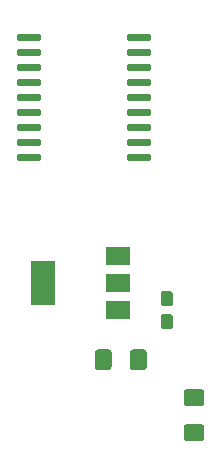
<source format=gbr>
%TF.GenerationSoftware,KiCad,Pcbnew,(5.1.6)-1*%
%TF.CreationDate,2020-07-30T09:39:53+02:00*%
%TF.ProjectId,motor-controller,6d6f746f-722d-4636-9f6e-74726f6c6c65,rev?*%
%TF.SameCoordinates,Original*%
%TF.FileFunction,Paste,Top*%
%TF.FilePolarity,Positive*%
%FSLAX46Y46*%
G04 Gerber Fmt 4.6, Leading zero omitted, Abs format (unit mm)*
G04 Created by KiCad (PCBNEW (5.1.6)-1) date 2020-07-30 09:39:53*
%MOMM*%
%LPD*%
G01*
G04 APERTURE LIST*
%ADD10R,2.000000X1.500000*%
%ADD11R,2.000000X3.800000*%
G04 APERTURE END LIST*
%TO.C,R1*%
G36*
G01*
X115175000Y-161625000D02*
X115175000Y-160375000D01*
G75*
G02*
X115425000Y-160125000I250000J0D01*
G01*
X116350000Y-160125000D01*
G75*
G02*
X116600000Y-160375000I0J-250000D01*
G01*
X116600000Y-161625000D01*
G75*
G02*
X116350000Y-161875000I-250000J0D01*
G01*
X115425000Y-161875000D01*
G75*
G02*
X115175000Y-161625000I0J250000D01*
G01*
G37*
G36*
G01*
X112200000Y-161625000D02*
X112200000Y-160375000D01*
G75*
G02*
X112450000Y-160125000I250000J0D01*
G01*
X113375000Y-160125000D01*
G75*
G02*
X113625000Y-160375000I0J-250000D01*
G01*
X113625000Y-161625000D01*
G75*
G02*
X113375000Y-161875000I-250000J0D01*
G01*
X112450000Y-161875000D01*
G75*
G02*
X112200000Y-161625000I0J250000D01*
G01*
G37*
%TD*%
%TO.C,C1*%
G36*
G01*
X118024999Y-157125000D02*
X118575001Y-157125000D01*
G75*
G02*
X118825000Y-157374999I0J-249999D01*
G01*
X118825000Y-158175001D01*
G75*
G02*
X118575001Y-158425000I-249999J0D01*
G01*
X118024999Y-158425000D01*
G75*
G02*
X117775000Y-158175001I0J249999D01*
G01*
X117775000Y-157374999D01*
G75*
G02*
X118024999Y-157125000I249999J0D01*
G01*
G37*
G36*
G01*
X118024999Y-155175000D02*
X118575001Y-155175000D01*
G75*
G02*
X118825000Y-155424999I0J-249999D01*
G01*
X118825000Y-156225001D01*
G75*
G02*
X118575001Y-156475000I-249999J0D01*
G01*
X118024999Y-156475000D01*
G75*
G02*
X117775000Y-156225001I0J249999D01*
G01*
X117775000Y-155424999D01*
G75*
G02*
X118024999Y-155175000I249999J0D01*
G01*
G37*
%TD*%
D10*
%TO.C,U1*%
X114150000Y-156800000D03*
X114150000Y-152200000D03*
X114150000Y-154500000D03*
D11*
X107850000Y-154500000D03*
%TD*%
%TO.C,U2*%
G36*
G01*
X114925000Y-133870000D02*
X114925000Y-133570000D01*
G75*
G02*
X115075000Y-133420000I150000J0D01*
G01*
X116825000Y-133420000D01*
G75*
G02*
X116975000Y-133570000I0J-150000D01*
G01*
X116975000Y-133870000D01*
G75*
G02*
X116825000Y-134020000I-150000J0D01*
G01*
X115075000Y-134020000D01*
G75*
G02*
X114925000Y-133870000I0J150000D01*
G01*
G37*
G36*
G01*
X114925000Y-135140000D02*
X114925000Y-134840000D01*
G75*
G02*
X115075000Y-134690000I150000J0D01*
G01*
X116825000Y-134690000D01*
G75*
G02*
X116975000Y-134840000I0J-150000D01*
G01*
X116975000Y-135140000D01*
G75*
G02*
X116825000Y-135290000I-150000J0D01*
G01*
X115075000Y-135290000D01*
G75*
G02*
X114925000Y-135140000I0J150000D01*
G01*
G37*
G36*
G01*
X114925000Y-136410000D02*
X114925000Y-136110000D01*
G75*
G02*
X115075000Y-135960000I150000J0D01*
G01*
X116825000Y-135960000D01*
G75*
G02*
X116975000Y-136110000I0J-150000D01*
G01*
X116975000Y-136410000D01*
G75*
G02*
X116825000Y-136560000I-150000J0D01*
G01*
X115075000Y-136560000D01*
G75*
G02*
X114925000Y-136410000I0J150000D01*
G01*
G37*
G36*
G01*
X114925000Y-137680000D02*
X114925000Y-137380000D01*
G75*
G02*
X115075000Y-137230000I150000J0D01*
G01*
X116825000Y-137230000D01*
G75*
G02*
X116975000Y-137380000I0J-150000D01*
G01*
X116975000Y-137680000D01*
G75*
G02*
X116825000Y-137830000I-150000J0D01*
G01*
X115075000Y-137830000D01*
G75*
G02*
X114925000Y-137680000I0J150000D01*
G01*
G37*
G36*
G01*
X114925000Y-138950000D02*
X114925000Y-138650000D01*
G75*
G02*
X115075000Y-138500000I150000J0D01*
G01*
X116825000Y-138500000D01*
G75*
G02*
X116975000Y-138650000I0J-150000D01*
G01*
X116975000Y-138950000D01*
G75*
G02*
X116825000Y-139100000I-150000J0D01*
G01*
X115075000Y-139100000D01*
G75*
G02*
X114925000Y-138950000I0J150000D01*
G01*
G37*
G36*
G01*
X114925000Y-140220000D02*
X114925000Y-139920000D01*
G75*
G02*
X115075000Y-139770000I150000J0D01*
G01*
X116825000Y-139770000D01*
G75*
G02*
X116975000Y-139920000I0J-150000D01*
G01*
X116975000Y-140220000D01*
G75*
G02*
X116825000Y-140370000I-150000J0D01*
G01*
X115075000Y-140370000D01*
G75*
G02*
X114925000Y-140220000I0J150000D01*
G01*
G37*
G36*
G01*
X114925000Y-141490000D02*
X114925000Y-141190000D01*
G75*
G02*
X115075000Y-141040000I150000J0D01*
G01*
X116825000Y-141040000D01*
G75*
G02*
X116975000Y-141190000I0J-150000D01*
G01*
X116975000Y-141490000D01*
G75*
G02*
X116825000Y-141640000I-150000J0D01*
G01*
X115075000Y-141640000D01*
G75*
G02*
X114925000Y-141490000I0J150000D01*
G01*
G37*
G36*
G01*
X114925000Y-142760000D02*
X114925000Y-142460000D01*
G75*
G02*
X115075000Y-142310000I150000J0D01*
G01*
X116825000Y-142310000D01*
G75*
G02*
X116975000Y-142460000I0J-150000D01*
G01*
X116975000Y-142760000D01*
G75*
G02*
X116825000Y-142910000I-150000J0D01*
G01*
X115075000Y-142910000D01*
G75*
G02*
X114925000Y-142760000I0J150000D01*
G01*
G37*
G36*
G01*
X114925000Y-144030000D02*
X114925000Y-143730000D01*
G75*
G02*
X115075000Y-143580000I150000J0D01*
G01*
X116825000Y-143580000D01*
G75*
G02*
X116975000Y-143730000I0J-150000D01*
G01*
X116975000Y-144030000D01*
G75*
G02*
X116825000Y-144180000I-150000J0D01*
G01*
X115075000Y-144180000D01*
G75*
G02*
X114925000Y-144030000I0J150000D01*
G01*
G37*
G36*
G01*
X105625000Y-144030000D02*
X105625000Y-143730000D01*
G75*
G02*
X105775000Y-143580000I150000J0D01*
G01*
X107525000Y-143580000D01*
G75*
G02*
X107675000Y-143730000I0J-150000D01*
G01*
X107675000Y-144030000D01*
G75*
G02*
X107525000Y-144180000I-150000J0D01*
G01*
X105775000Y-144180000D01*
G75*
G02*
X105625000Y-144030000I0J150000D01*
G01*
G37*
G36*
G01*
X105625000Y-142760000D02*
X105625000Y-142460000D01*
G75*
G02*
X105775000Y-142310000I150000J0D01*
G01*
X107525000Y-142310000D01*
G75*
G02*
X107675000Y-142460000I0J-150000D01*
G01*
X107675000Y-142760000D01*
G75*
G02*
X107525000Y-142910000I-150000J0D01*
G01*
X105775000Y-142910000D01*
G75*
G02*
X105625000Y-142760000I0J150000D01*
G01*
G37*
G36*
G01*
X105625000Y-141490000D02*
X105625000Y-141190000D01*
G75*
G02*
X105775000Y-141040000I150000J0D01*
G01*
X107525000Y-141040000D01*
G75*
G02*
X107675000Y-141190000I0J-150000D01*
G01*
X107675000Y-141490000D01*
G75*
G02*
X107525000Y-141640000I-150000J0D01*
G01*
X105775000Y-141640000D01*
G75*
G02*
X105625000Y-141490000I0J150000D01*
G01*
G37*
G36*
G01*
X105625000Y-140220000D02*
X105625000Y-139920000D01*
G75*
G02*
X105775000Y-139770000I150000J0D01*
G01*
X107525000Y-139770000D01*
G75*
G02*
X107675000Y-139920000I0J-150000D01*
G01*
X107675000Y-140220000D01*
G75*
G02*
X107525000Y-140370000I-150000J0D01*
G01*
X105775000Y-140370000D01*
G75*
G02*
X105625000Y-140220000I0J150000D01*
G01*
G37*
G36*
G01*
X105625000Y-138950000D02*
X105625000Y-138650000D01*
G75*
G02*
X105775000Y-138500000I150000J0D01*
G01*
X107525000Y-138500000D01*
G75*
G02*
X107675000Y-138650000I0J-150000D01*
G01*
X107675000Y-138950000D01*
G75*
G02*
X107525000Y-139100000I-150000J0D01*
G01*
X105775000Y-139100000D01*
G75*
G02*
X105625000Y-138950000I0J150000D01*
G01*
G37*
G36*
G01*
X105625000Y-137680000D02*
X105625000Y-137380000D01*
G75*
G02*
X105775000Y-137230000I150000J0D01*
G01*
X107525000Y-137230000D01*
G75*
G02*
X107675000Y-137380000I0J-150000D01*
G01*
X107675000Y-137680000D01*
G75*
G02*
X107525000Y-137830000I-150000J0D01*
G01*
X105775000Y-137830000D01*
G75*
G02*
X105625000Y-137680000I0J150000D01*
G01*
G37*
G36*
G01*
X105625000Y-136410000D02*
X105625000Y-136110000D01*
G75*
G02*
X105775000Y-135960000I150000J0D01*
G01*
X107525000Y-135960000D01*
G75*
G02*
X107675000Y-136110000I0J-150000D01*
G01*
X107675000Y-136410000D01*
G75*
G02*
X107525000Y-136560000I-150000J0D01*
G01*
X105775000Y-136560000D01*
G75*
G02*
X105625000Y-136410000I0J150000D01*
G01*
G37*
G36*
G01*
X105625000Y-135140000D02*
X105625000Y-134840000D01*
G75*
G02*
X105775000Y-134690000I150000J0D01*
G01*
X107525000Y-134690000D01*
G75*
G02*
X107675000Y-134840000I0J-150000D01*
G01*
X107675000Y-135140000D01*
G75*
G02*
X107525000Y-135290000I-150000J0D01*
G01*
X105775000Y-135290000D01*
G75*
G02*
X105625000Y-135140000I0J150000D01*
G01*
G37*
G36*
G01*
X105625000Y-133870000D02*
X105625000Y-133570000D01*
G75*
G02*
X105775000Y-133420000I150000J0D01*
G01*
X107525000Y-133420000D01*
G75*
G02*
X107675000Y-133570000I0J-150000D01*
G01*
X107675000Y-133870000D01*
G75*
G02*
X107525000Y-134020000I-150000J0D01*
G01*
X105775000Y-134020000D01*
G75*
G02*
X105625000Y-133870000I0J150000D01*
G01*
G37*
%TD*%
%TO.C,D1*%
G36*
G01*
X121225000Y-164925000D02*
X119975000Y-164925000D01*
G75*
G02*
X119725000Y-164675000I0J250000D01*
G01*
X119725000Y-163750000D01*
G75*
G02*
X119975000Y-163500000I250000J0D01*
G01*
X121225000Y-163500000D01*
G75*
G02*
X121475000Y-163750000I0J-250000D01*
G01*
X121475000Y-164675000D01*
G75*
G02*
X121225000Y-164925000I-250000J0D01*
G01*
G37*
G36*
G01*
X121225000Y-167900000D02*
X119975000Y-167900000D01*
G75*
G02*
X119725000Y-167650000I0J250000D01*
G01*
X119725000Y-166725000D01*
G75*
G02*
X119975000Y-166475000I250000J0D01*
G01*
X121225000Y-166475000D01*
G75*
G02*
X121475000Y-166725000I0J-250000D01*
G01*
X121475000Y-167650000D01*
G75*
G02*
X121225000Y-167900000I-250000J0D01*
G01*
G37*
%TD*%
M02*

</source>
